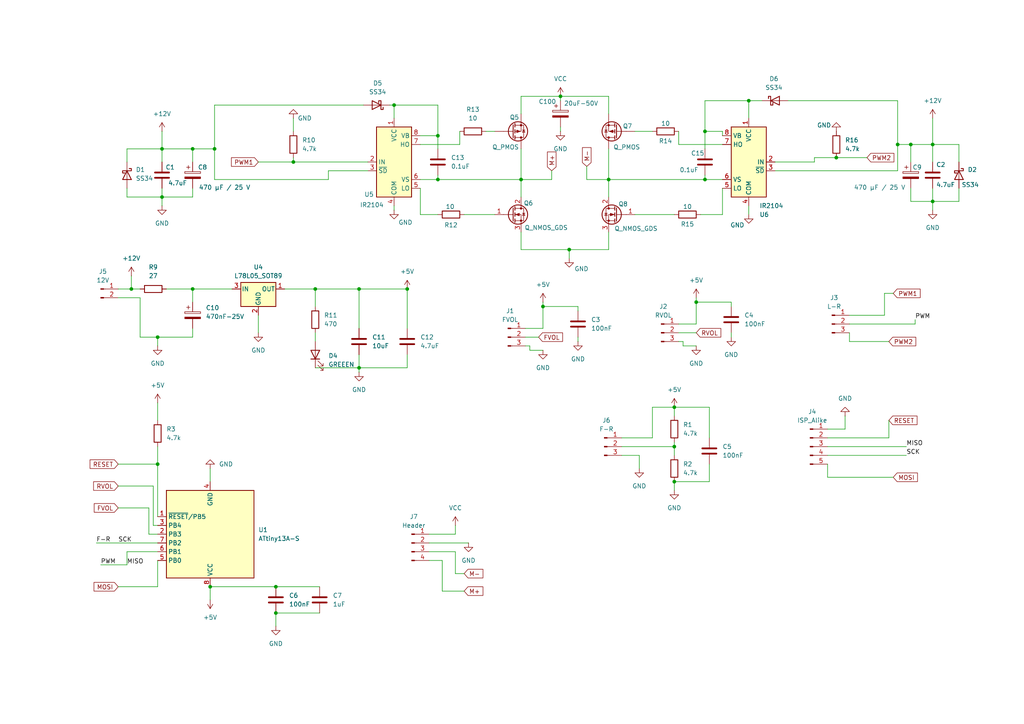
<source format=kicad_sch>
(kicad_sch (version 20250114) (generator "eeschema") (generator_version "9.0")
  (paper "A4")
  (lib_symbols
    (symbol "Connector:Conn_01x02_Pin" (pin_names (offset 1.016) (hide yes))
      (property "Reference" "J" (at 0 2.54 0))
      (property "Value" "Conn_01x02_Pin" (at 0 -5.08 0))
      (symbol "Conn_01x02_Pin_1_1"
        (rectangle (start 0.8636 0.127) (end 0 -0.127) (stroke (width 0.1524)) (fill (type outline)))
        (rectangle (start 0.8636 -2.413) (end 0 -2.667) (stroke (width 0.1524)) (fill (type outline)))
        (polyline (pts (xy 1.27 0) (xy 0.8636 0)) (stroke (width 0.1524)))
        (polyline (pts (xy 1.27 -2.54) (xy 0.8636 -2.54)) (stroke (width 0.1524)))
        (pin passive line (at 5.08 0 180) (length 3.81) (name "Pin_1") (number "1"))
        (pin passive line (at 5.08 -2.54 180) (length 3.81) (name "Pin_2") (number "2"))
      )
    )
    (symbol "Connector:Conn_01x03_Pin" (pin_names (offset 1.016) (hide yes))
      (property "Reference" "J" (at 0 5.08 0))
      (property "Value" "Conn_01x03_Pin" (at 0 -5.08 0))
      (symbol "Conn_01x03_Pin_1_1"
        (rectangle (start 0.8636 2.667) (end 0 2.413) (stroke (width 0.1524)) (fill (type outline)))
        (rectangle (start 0.8636 0.127) (end 0 -0.127) (stroke (width 0.1524)) (fill (type outline)))
        (rectangle (start 0.8636 -2.413) (end 0 -2.667) (stroke (width 0.1524)) (fill (type outline)))
        (polyline (pts (xy 1.27 2.54) (xy 0.8636 2.54)) (stroke (width 0.1524)))
        (polyline (pts (xy 1.27 0) (xy 0.8636 0)) (stroke (width 0.1524)))
        (polyline (pts (xy 1.27 -2.54) (xy 0.8636 -2.54)) (stroke (width 0.1524)))
        (pin passive line (at 5.08 2.54 180) (length 3.81) (name "Pin_1") (number "1"))
        (pin passive line (at 5.08 0 180) (length 3.81) (name "Pin_2") (number "2"))
        (pin passive line (at 5.08 -2.54 180) (length 3.81) (name "Pin_3") (number "3"))
      )
    )
    (symbol "Connector:Conn_01x04_Pin" (pin_names (offset 1.016) (hide yes))
      (property "Reference" "J" (at 0 5.08 0))
      (property "Value" "Conn_01x04_Pin" (at 0 -7.62 0))
      (symbol "Conn_01x04_Pin_1_1"
        (rectangle (start 0.8636 2.667) (end 0 2.413) (stroke (width 0.1524)) (fill (type outline)))
        (rectangle (start 0.8636 0.127) (end 0 -0.127) (stroke (width 0.1524)) (fill (type outline)))
        (rectangle (start 0.8636 -2.413) (end 0 -2.667) (stroke (width 0.1524)) (fill (type outline)))
        (rectangle (start 0.8636 -4.953) (end 0 -5.207) (stroke (width 0.1524)) (fill (type outline)))
        (polyline (pts (xy 1.27 2.54) (xy 0.8636 2.54)) (stroke (width 0.1524)))
        (polyline (pts (xy 1.27 0) (xy 0.8636 0)) (stroke (width 0.1524)))
        (polyline (pts (xy 1.27 -2.54) (xy 0.8636 -2.54)) (stroke (width 0.1524)))
        (polyline (pts (xy 1.27 -5.08) (xy 0.8636 -5.08)) (stroke (width 0.1524)))
        (pin passive line (at 5.08 2.54 180) (length 3.81) (name "Pin_1") (number "1"))
        (pin passive line (at 5.08 0 180) (length 3.81) (name "Pin_2") (number "2"))
        (pin passive line (at 5.08 -2.54 180) (length 3.81) (name "Pin_3") (number "3"))
        (pin passive line (at 5.08 -5.08 180) (length 3.81) (name "Pin_4") (number "4"))
      )
    )
    (symbol "Connector:Conn_01x05_Pin" (pin_names (offset 1.016) (hide yes))
      (property "Reference" "J" (at 0 7.62 0))
      (property "Value" "Conn_01x05_Pin" (at 0 -7.62 0))
      (symbol "Conn_01x05_Pin_1_1"
        (rectangle (start 0.8636 5.207) (end 0 4.953) (stroke (width 0.1524)) (fill (type outline)))
        (rectangle (start 0.8636 2.667) (end 0 2.413) (stroke (width 0.1524)) (fill (type outline)))
        (rectangle (start 0.8636 0.127) (end 0 -0.127) (stroke (width 0.1524)) (fill (type outline)))
        (rectangle (start 0.8636 -2.413) (end 0 -2.667) (stroke (width 0.1524)) (fill (type outline)))
        (rectangle (start 0.8636 -4.953) (end 0 -5.207) (stroke (width 0.1524)) (fill (type outline)))
        (polyline (pts (xy 1.27 5.08) (xy 0.8636 5.08)) (stroke (width 0.1524)))
        (polyline (pts (xy 1.27 2.54) (xy 0.8636 2.54)) (stroke (width 0.1524)))
        (polyline (pts (xy 1.27 0) (xy 0.8636 0)) (stroke (width 0.1524)))
        (polyline (pts (xy 1.27 -2.54) (xy 0.8636 -2.54)) (stroke (width 0.1524)))
        (polyline (pts (xy 1.27 -5.08) (xy 0.8636 -5.08)) (stroke (width 0.1524)))
        (pin passive line (at 5.08 5.08 180) (length 3.81) (name "Pin_1") (number "1"))
        (pin passive line (at 5.08 2.54 180) (length 3.81) (name "Pin_2") (number "2"))
        (pin passive line (at 5.08 0 180) (length 3.81) (name "Pin_3") (number "3"))
        (pin passive line (at 5.08 -2.54 180) (length 3.81) (name "Pin_4") (number "4"))
        (pin passive line (at 5.08 -5.08 180) (length 3.81) (name "Pin_5") (number "5"))
      )
    )
    (symbol "Device:C" (pin_numbers (hide yes)) (pin_names (offset 0.254))
      (property "Reference" "C" (at 0.635 2.54 0))
      (property "Value" "C" (at 0.635 -2.54 0))
      (symbol "C_0_1"
        (polyline (pts (xy -2.032 0.762) (xy 2.032 0.762)) (stroke (width 0.508)))
        (polyline (pts (xy -2.032 -0.762) (xy 2.032 -0.762)) (stroke (width 0.508)))
      )
      (symbol "C_1_1"
        (pin passive line (at 0 3.81 270) (length 2.794) (name "~") (number "1"))
        (pin passive line (at 0 -3.81 90) (length 2.794) (name "~") (number "2"))
      )
    )
    (symbol "Device:C_Polarized" (pin_numbers (hide yes)) (pin_names (offset 0.254))
      (property "Reference" "C" (at 0.635 2.54 0))
      (property "Value" "C_Polarized" (at 0.635 -2.54 0))
      (symbol "C_Polarized_0_1"
        (rectangle (start -2.286 0.508) (end 2.286 1.016))
        (polyline (pts (xy -1.778 2.286) (xy -0.762 2.286)))
        (polyline (pts (xy -1.27 2.794) (xy -1.27 1.778)))
        (rectangle (start 2.286 -0.508) (end -2.286 -1.016) (fill (type outline)))
      )
      (symbol "C_Polarized_1_1"
        (pin passive line (at 0 3.81 270) (length 2.794) (name "~") (number "1"))
        (pin passive line (at 0 -3.81 90) (length 2.794) (name "~") (number "2"))
      )
    )
    (symbol "Device:LED" (pin_numbers (hide yes)) (pin_names (offset 1.016) (hide yes))
      (property "Reference" "D" (at 0 2.54 0))
      (property "Value" "LED" (at 0 -2.54 0))
      (symbol "LED_0_1"
        (polyline (pts (xy -3.048 -0.762) (xy -4.572 -2.286) (xy -3.81 -2.286) (xy -4.572 -2.286) (xy -4.572 -1.524)))
        (polyline (pts (xy -1.778 -0.762) (xy -3.302 -2.286) (xy -2.54 -2.286) (xy -3.302 -2.286) (xy -3.302 -1.524)))
        (polyline (pts (xy -1.27 0) (xy 1.27 0)))
        (polyline (pts (xy -1.27 -1.27) (xy -1.27 1.27)) (stroke (width 0.254)))
        (polyline (pts (xy 1.27 -1.27) (xy 1.27 1.27) (xy -1.27 0) (xy 1.27 -1.27)) (stroke (width 0.254)))
      )
      (symbol "LED_1_1"
        (pin passive line (at -3.81 0 0) (length 2.54) (name "K") (number "1"))
        (pin passive line (at 3.81 0 180) (length 2.54) (name "A") (number "2"))
      )
    )
    (symbol "Device:Q_PMOS" (pin_numbers (hide yes)) (pin_names (offset 0) (hide yes))
      (property "Reference" "Q" (at 5.08 1.27 0))
      (property "Value" "Q_PMOS" (at 5.08 -1.27 0))
      (symbol "Q_PMOS_0_1"
        (polyline (pts (xy 0.254 1.905) (xy 0.254 -1.905)) (stroke (width 0.254)))
        (polyline (pts (xy 0.254 0) (xy -2.54 0)))
        (polyline (pts (xy 0.762 2.286) (xy 0.762 1.27)) (stroke (width 0.254)))
        (polyline (pts (xy 0.762 1.778) (xy 3.302 1.778) (xy 3.302 -1.778) (xy 0.762 -1.778)))
        (polyline (pts (xy 0.762 0.508) (xy 0.762 -0.508)) (stroke (width 0.254)))
        (polyline (pts (xy 0.762 -1.27) (xy 0.762 -2.286)) (stroke (width 0.254)))
        (circle (center 1.651 0) (radius 2.794) (stroke (width 0.254)))
        (polyline (pts (xy 2.286 0) (xy 1.27 0.381) (xy 1.27 -0.381) (xy 2.286 0)) (fill (type outline)))
        (polyline (pts (xy 2.54 2.54) (xy 2.54 1.778)))
        (circle (center 2.54 1.778) (radius 0.254) (fill (type outline)))
        (circle (center 2.54 -1.778) (radius 0.254) (fill (type outline)))
        (polyline (pts (xy 2.54 -2.54) (xy 2.54 0) (xy 0.762 0)))
        (polyline (pts (xy 2.921 -0.381) (xy 3.683 -0.381)))
        (polyline (pts (xy 3.302 -0.381) (xy 2.921 0.254) (xy 3.683 0.254) (xy 3.302 -0.381)))
      )
      (symbol "Q_PMOS_1_1"
        (pin input line (at -5.08 0 0) (length 2.54) (name "G") (number "G"))
        (pin passive line (at 2.54 5.08 270) (length 2.54) (name "D") (number "D"))
        (pin passive line (at 2.54 -5.08 90) (length 2.54) (name "S") (number "S"))
      )
    )
    (symbol "Device:R" (pin_numbers (hide yes)) (pin_names (offset 0))
      (property "Reference" "R" (at 2.032 0 90))
      (property "Value" "R" (at 0 0 90))
      (symbol "R_0_1"
        (rectangle (start -1.016 -2.54) (end 1.016 2.54) (stroke (width 0.254)))
      )
      (symbol "R_1_1"
        (pin passive line (at 0 3.81 270) (length 1.27) (name "~") (number "1"))
        (pin passive line (at 0 -3.81 90) (length 1.27) (name "~") (number "2"))
      )
    )
    (symbol "Diode:SS34" (pin_numbers (hide yes)) (pin_names (offset 1.016) (hide yes))
      (property "Reference" "D" (at 0 2.54 0))
      (property "Value" "SS34" (at 0 -2.54 0))
      (symbol "SS34_0_1"
        (polyline (pts (xy -1.905 0.635) (xy -1.905 1.27) (xy -1.27 1.27) (xy -1.27 -1.27) (xy -0.635 -1.27) (xy -0.635 -0.635)) (stroke (width 0.254)))
        (polyline (pts (xy 1.27 1.27) (xy 1.27 -1.27) (xy -1.27 0) (xy 1.27 1.27)) (stroke (width 0.254)))
        (polyline (pts (xy 1.27 0) (xy -1.27 0)))
      )
      (symbol "SS34_1_1"
        (pin passive line (at -3.81 0 0) (length 2.54) (name "K") (number "1"))
        (pin passive line (at 3.81 0 180) (length 2.54) (name "A") (number "2"))
      )
    )
    (symbol "Driver_FET:IR2104"
      (property "Reference" "U" (at 1.27 13.335 0))
      (property "Value" "IR2104" (at 1.27 11.43 0))
      (symbol "IR2104_0_1"
        (rectangle (start -5.08 -10.16) (end 5.08 10.16) (stroke (width 0.254)) (fill (type background)))
      )
      (symbol "IR2104_1_1"
        (pin input line (at -7.62 0 0) (length 2.54) (name "IN") (number "2"))
        (pin input line (at -7.62 -2.54 0) (length 2.54) (name "~{SD}") (number "3"))
        (pin power_in line (at 0 12.7 270) (length 2.54) (name "VCC") (number "1"))
        (pin power_in line (at 0 -12.7 90) (length 2.54) (name "COM") (number "4"))
        (pin passive line (at 7.62 7.62 180) (length 2.54) (name "VB") (number "8"))
        (pin output line (at 7.62 5.08 180) (length 2.54) (name "HO") (number "7"))
        (pin passive line (at 7.62 -5.08 180) (length 2.54) (name "VS") (number "6"))
        (pin output line (at 7.62 -7.62 180) (length 2.54) (name "LO") (number "5"))
      )
    )
    (symbol "MCU_Microchip_ATtiny:ATtiny13A-S"
      (property "Reference" "U" (at -12.7 13.97 0))
      (property "Value" "ATtiny13A-S" (at 2.54 -13.97 0))
      (symbol "ATtiny13A-S_0_1"
        (rectangle (start -12.7 -12.7) (end 12.7 12.7) (stroke (width 0.254)) (fill (type background)))
      )
      (symbol "ATtiny13A-S_1_1"
        (pin power_in line (at 0 15.24 270) (length 2.54) (name "VCC") (number "8"))
        (pin power_in line (at 0 -15.24 90) (length 2.54) (name "GND") (number "4"))
        (pin bidirectional line (at 15.24 7.62 180) (length 2.54) (name "PB0") (number "5"))
        (pin bidirectional line (at 15.24 5.08 180) (length 2.54) (name "PB1") (number "6"))
        (pin bidirectional line (at 15.24 2.54 180) (length 2.54) (name "PB2") (number "7"))
        (pin bidirectional line (at 15.24 0 180) (length 2.54) (name "PB3") (number "2"))
        (pin bidirectional line (at 15.24 -2.54 180) (length 2.54) (name "PB4") (number "3"))
        (pin bidirectional line (at 15.24 -5.08 180) (length 2.54) (name "~{RESET}/PB5") (number "1"))
      )
    )
    (symbol "Regulator_Linear:L78L05_SOT89" (pin_names (offset 0.254))
      (property "Reference" "U" (at -3.81 3.175 0))
      (property "Value" "L78L05_SOT89" (at -0.635 3.175 0))
      (symbol "L78L05_SOT89_0_1"
        (rectangle (start -5.08 1.905) (end 5.08 -5.08) (stroke (width 0.254)) (fill (type background)))
      )
      (symbol "L78L05_SOT89_1_1"
        (pin power_in line (at -7.62 0 0) (length 2.54) (name "IN") (number "3"))
        (pin power_in line (at 0 -7.62 90) (length 2.54) (name "GND") (number "2"))
        (pin power_out line (at 7.62 0 180) (length 2.54) (name "OUT") (number "1"))
      )
    )
    (symbol "Transistor_FET:Q_NMOS_GDS" (pin_names (offset 0) (hide yes))
      (property "Reference" "Q" (at 5.08 1.905 0))
      (property "Value" "Q_NMOS_GDS" (at 5.08 0 0))
      (symbol "Q_NMOS_GDS_0_1"
        (polyline (pts (xy 0.254 1.905) (xy 0.254 -1.905)) (stroke (width 0.254)))
        (polyline (pts (xy 0.254 0) (xy -2.54 0)))
        (polyline (pts (xy 0.762 2.286) (xy 0.762 1.27)) (stroke (width 0.254)))
        (polyline (pts (xy 0.762 0.508) (xy 0.762 -0.508)) (stroke (width 0.254)))
        (polyline (pts (xy 0.762 -1.27) (xy 0.762 -2.286)) (stroke (width 0.254)))
        (polyline (pts (xy 0.762 -1.778) (xy 3.302 -1.778) (xy 3.302 1.778) (xy 0.762 1.778)))
        (polyline (pts (xy 1.016 0) (xy 2.032 0.381) (xy 2.032 -0.381) (xy 1.016 0)) (fill (type outline)))
        (circle (center 1.651 0) (radius 2.794) (stroke (width 0.254)))
        (polyline (pts (xy 2.54 2.54) (xy 2.54 1.778)))
        (circle (center 2.54 1.778) (radius 0.254) (fill (type outline)))
        (circle (center 2.54 -1.778) (radius 0.254) (fill (type outline)))
        (polyline (pts (xy 2.54 -2.54) (xy 2.54 0) (xy 0.762 0)))
        (polyline (pts (xy 2.921 0.381) (xy 3.683 0.381)))
        (polyline (pts (xy 3.302 0.381) (xy 2.921 -0.254) (xy 3.683 -0.254) (xy 3.302 0.381)))
      )
      (symbol "Q_NMOS_GDS_1_1"
        (pin input line (at -5.08 0 0) (length 2.54) (name "G") (number "1"))
        (pin passive line (at 2.54 5.08 270) (length 2.54) (name "D") (number "2"))
        (pin passive line (at 2.54 -5.08 90) (length 2.54) (name "S") (number "3"))
      )
    )
    (symbol "power:+12V" (power) (pin_numbers (hide yes)) (pin_names (offset 0) (hide yes))
      (property "Value" "+12V" (at 0 3.556 0))
      (symbol "+12V_0_1"
        (polyline (pts (xy -0.762 1.27) (xy 0 2.54)))
        (polyline (pts (xy 0 2.54) (xy 0.762 1.27)))
        (polyline (pts (xy 0 0) (xy 0 2.54)))
      )
      (symbol "+12V_1_1"
        (pin power_in line (at 0 0 90) (length 0) (name "~") (number "1"))
      )
    )
    (symbol "power:+5V" (power) (pin_numbers (hide yes)) (pin_names (offset 0) (hide yes))
      (property "Value" "+5V" (at 0 3.556 0))
      (symbol "+5V_0_1"
        (polyline (pts (xy -0.762 1.27) (xy 0 2.54)))
        (polyline (pts (xy 0 2.54) (xy 0.762 1.27)))
        (polyline (pts (xy 0 0) (xy 0 2.54)))
      )
      (symbol "+5V_1_1"
        (pin power_in line (at 0 0 90) (length 0) (name "~") (number "1"))
      )
    )
    (symbol "power:GND" (power) (pin_numbers (hide yes)) (pin_names (offset 0) (hide yes))
      (property "Value" "GND" (at 0 -3.81 0))
      (symbol "GND_0_1"
        (polyline (pts (xy 0 0) (xy 0 -1.27) (xy 1.27 -1.27) (xy 0 -2.54) (xy -1.27 -1.27) (xy 0 -1.27)))
      )
      (symbol "GND_1_1"
        (pin power_in line (at 0 0 270) (length 0) (name "~") (number "1"))
      )
    )
    (symbol "power:VCC" (power) (pin_numbers (hide yes)) (pin_names (offset 0) (hide yes))
      (property "Value" "VCC" (at 0 3.556 0))
      (symbol "VCC_0_1"
        (polyline (pts (xy -0.762 1.27) (xy 0 2.54)))
        (polyline (pts (xy 0 2.54) (xy 0.762 1.27)))
        (polyline (pts (xy 0 0) (xy 0 2.54)))
      )
      (symbol "VCC_1_1"
        (pin power_in line (at 0 0 90) (length 0) (name "~") (number "1"))
      )
    )
  )
  (junction (at 201.93 87.63))
  (junction (at 91.44 83.82))
  (junction (at 118.11 83.82))
  (junction (at 46.99 57.15))
  (junction (at 217.17 29.21))
  (junction (at 45.72 134.62))
  (junction (at 157.48 88.9))
  (junction (at 55.88 43.18))
  (junction (at 162.56 27.94))
  (junction (at 195.58 118.11))
  (junction (at 45.72 97.79))
  (junction (at 127 52.07))
  (junction (at 46.99 43.18))
  (junction (at 62.23 43.18))
  (junction (at 176.53 52.07))
  (junction (at 270.51 41.91))
  (junction (at 80.01 170.18))
  (junction (at 195.58 129.54))
  (junction (at 55.88 83.82))
  (junction (at 60.96 170.18))
  (junction (at 104.14 83.82))
  (junction (at 127 39.37))
  (junction (at 242.57 45.72))
  (junction (at 204.47 38.1))
  (junction (at 85.09 46.99))
  (junction (at 264.16 41.91))
  (junction (at 151.13 52.07))
  (junction (at 165.1 72.39))
  (junction (at 270.51 58.42))
  (junction (at 80.01 177.8))
  (junction (at 104.14 106.68))
  (junction (at 195.58 139.7))
  (junction (at 260.35 41.91))
  (junction (at 114.3 30.48))
  (junction (at 38.1 83.82))
  (junction (at 204.47 52.07))
  (wire (pts (xy 151.13 72.39) (xy 165.1 72.39)))
  (wire (pts (xy 165.1 72.39) (xy 176.53 72.39)))
  (wire (pts (xy 195.58 118.11) (xy 195.58 120.65)))
  (wire (pts (xy 260.35 29.21) (xy 228.6 29.21)))
  (wire (pts (xy 36.83 46.99) (xy 36.83 43.18)))
  (wire (pts (xy 114.3 30.48) (xy 127 30.48)))
  (wire (pts (xy 264.16 58.42) (xy 270.51 58.42)))
  (wire (pts (xy 157.48 88.9) (xy 157.48 95.25)))
  (wire (pts (xy 46.99 43.18) (xy 55.88 43.18)))
  (wire (pts (xy 74.93 91.44) (xy 74.93 96.52)))
  (wire (pts (xy 170.18 52.07) (xy 176.53 52.07)))
  (wire (pts (xy 240.03 132.08) (xy 262.89 132.08)))
  (wire (pts (xy 40.64 97.79) (xy 45.72 97.79)))
  (wire (pts (xy 152.4 97.79) (xy 156.21 97.79)))
  (wire (pts (xy 91.44 83.82) (xy 104.14 83.82)))
  (wire (pts (xy 121.92 62.23) (xy 127 62.23)))
  (wire (pts (xy 260.35 29.21) (xy 260.35 41.91)))
  (wire (pts (xy 38.1 80.01) (xy 38.1 83.82)))
  (wire (pts (xy 270.51 54.61) (xy 270.51 58.42)))
  (wire (pts (xy 85.09 46.99) (xy 106.68 46.99)))
  (wire (pts (xy 95.25 52.07) (xy 62.23 52.07)))
  (wire (pts (xy 278.13 54.61) (xy 278.13 58.42)))
  (wire (pts (xy 209.55 38.1) (xy 209.55 39.37)))
  (wire (pts (xy 60.96 170.18) (xy 60.96 173.99)))
  (wire (pts (xy 209.55 38.1) (xy 204.47 38.1)))
  (wire (pts (xy 104.14 106.68) (xy 118.11 106.68)))
  (wire (pts (xy 257.81 127) (xy 257.81 121.92)))
  (wire (pts (xy 114.3 59.69) (xy 114.3 60.96)))
  (wire (pts (xy 46.99 43.18) (xy 46.99 46.99)))
  (wire (pts (xy 44.45 140.97) (xy 34.29 140.97)))
  (wire (pts (xy 45.72 97.79) (xy 55.88 97.79)))
  (wire (pts (xy 60.96 135.89) (xy 60.96 139.7)))
  (wire (pts (xy 167.64 97.79) (xy 167.64 99.06)))
  (wire (pts (xy 256.54 85.09) (xy 259.08 85.09)))
  (wire (pts (xy 240.03 134.62) (xy 240.03 138.43)))
  (wire (pts (xy 45.72 149.86) (xy 45.72 134.62)))
  (wire (pts (xy 185.42 132.08) (xy 185.42 135.89)))
  (wire (pts (xy 45.72 154.94) (xy 43.18 154.94)))
  (wire (pts (xy 134.62 62.23) (xy 143.51 62.23)))
  (wire (pts (xy 204.47 52.07) (xy 209.55 52.07)))
  (wire (pts (xy 34.29 86.36) (xy 40.64 86.36)))
  (wire (pts (xy 176.53 57.15) (xy 176.53 52.07)))
  (wire (pts (xy 124.46 157.48) (xy 135.89 157.48)))
  (wire (pts (xy 44.45 152.4) (xy 44.45 140.97)))
  (wire (pts (xy 198.12 100.33) (xy 201.93 100.33)))
  (wire (pts (xy 167.64 88.9) (xy 157.48 88.9)))
  (wire (pts (xy 45.72 129.54) (xy 45.72 134.62)))
  (wire (pts (xy 212.09 96.52) (xy 212.09 97.79)))
  (wire (pts (xy 121.92 52.07) (xy 127 52.07)))
  (wire (pts (xy 29.21 163.83) (xy 36.83 163.83)))
  (wire (pts (xy 140.97 38.1) (xy 143.51 38.1)))
  (wire (pts (xy 62.23 30.48) (xy 105.41 30.48)))
  (wire (pts (xy 196.85 96.52) (xy 201.93 96.52)))
  (wire (pts (xy 212.09 87.63) (xy 201.93 87.63)))
  (wire (pts (xy 152.4 95.25) (xy 157.48 95.25)))
  (wire (pts (xy 180.34 127) (xy 189.23 127)))
  (wire (pts (xy 170.18 48.26) (xy 170.18 52.07)))
  (wire (pts (xy 104.14 83.82) (xy 118.11 83.82)))
  (wire (pts (xy 162.56 27.94) (xy 162.56 29.21)))
  (wire (pts (xy 205.74 127) (xy 205.74 118.11)))
  (wire (pts (xy 132.08 154.94) (xy 132.08 152.4)))
  (wire (pts (xy 264.16 41.91) (xy 264.16 46.99)))
  (wire (pts (xy 46.99 54.61) (xy 46.99 57.15)))
  (wire (pts (xy 151.13 57.15) (xy 151.13 52.07)))
  (wire (pts (xy 104.14 102.87) (xy 104.14 106.68)))
  (wire (pts (xy 153.67 101.6) (xy 157.48 101.6)))
  (wire (pts (xy 55.88 57.15) (xy 46.99 57.15)))
  (wire (pts (xy 162.56 36.83) (xy 162.56 38.1)))
  (wire (pts (xy 196.85 93.98) (xy 201.93 93.98)))
  (wire (pts (xy 278.13 41.91) (xy 270.51 41.91)))
  (wire (pts (xy 36.83 160.02) (xy 36.83 163.83)))
  (wire (pts (xy 198.12 99.06) (xy 198.12 100.33)))
  (wire (pts (xy 43.18 154.94) (xy 43.18 147.32)))
  (wire (pts (xy 165.1 72.39) (xy 165.1 74.93)))
  (wire (pts (xy 278.13 46.99) (xy 278.13 41.91)))
  (wire (pts (xy 124.46 154.94) (xy 132.08 154.94)))
  (wire (pts (xy 128.27 162.56) (xy 128.27 171.45)))
  (wire (pts (xy 45.72 170.18) (xy 45.72 162.56)))
  (wire (pts (xy 203.2 62.23) (xy 209.55 62.23)))
  (wire (pts (xy 55.88 43.18) (xy 62.23 43.18)))
  (wire (pts (xy 209.55 62.23) (xy 209.55 54.61)))
  (wire (pts (xy 184.15 62.23) (xy 195.58 62.23)))
  (wire (pts (xy 118.11 106.68) (xy 118.11 102.87)))
  (wire (pts (xy 132.08 166.37) (xy 134.62 166.37)))
  (wire (pts (xy 124.46 162.56) (xy 128.27 162.56)))
  (wire (pts (xy 27.94 157.48) (xy 45.72 157.48)))
  (wire (pts (xy 240.03 127) (xy 257.81 127)))
  (wire (pts (xy 236.22 45.72) (xy 242.57 45.72)))
  (wire (pts (xy 195.58 129.54) (xy 195.58 132.08)))
  (wire (pts (xy 114.3 30.48) (xy 114.3 34.29)))
  (wire (pts (xy 127 39.37) (xy 127 43.18)))
  (wire (pts (xy 264.16 54.61) (xy 264.16 58.42)))
  (wire (pts (xy 34.29 134.62) (xy 45.72 134.62)))
  (wire (pts (xy 245.11 124.46) (xy 245.11 120.65)))
  (wire (pts (xy 189.23 118.11) (xy 195.58 118.11)))
  (wire (pts (xy 167.64 90.17) (xy 167.64 88.9)))
  (wire (pts (xy 60.96 170.18) (xy 80.01 170.18)))
  (wire (pts (xy 95.25 49.53) (xy 106.68 49.53)))
  (wire (pts (xy 113.03 30.48) (xy 114.3 30.48)))
  (wire (pts (xy 256.54 91.44) (xy 256.54 85.09)))
  (wire (pts (xy 240.03 124.46) (xy 245.11 124.46)))
  (wire (pts (xy 55.88 83.82) (xy 67.31 83.82)))
  (wire (pts (xy 46.99 57.15) (xy 46.99 59.69)))
  (wire (pts (xy 40.64 86.36) (xy 40.64 97.79)))
  (wire (pts (xy 217.17 29.21) (xy 220.98 29.21)))
  (wire (pts (xy 265.43 92.71) (xy 265.43 93.98)))
  (wire (pts (xy 45.72 160.02) (xy 36.83 160.02)))
  (wire (pts (xy 196.85 41.91) (xy 209.55 41.91)))
  (wire (pts (xy 55.88 43.18) (xy 55.88 46.99)))
  (wire (pts (xy 205.74 118.11) (xy 195.58 118.11)))
  (wire (pts (xy 43.18 147.32) (xy 34.29 147.32)))
  (wire (pts (xy 217.17 59.69) (xy 217.17 62.23)))
  (wire (pts (xy 85.09 34.29) (xy 85.09 38.1)))
  (wire (pts (xy 133.35 41.91) (xy 121.92 41.91)))
  (wire (pts (xy 246.38 93.98) (xy 265.43 93.98)))
  (wire (pts (xy 55.88 97.79) (xy 55.88 95.25)))
  (wire (pts (xy 217.17 29.21) (xy 217.17 34.29)))
  (wire (pts (xy 121.92 39.37) (xy 127 39.37)))
  (wire (pts (xy 38.1 83.82) (xy 40.64 83.82)))
  (wire (pts (xy 151.13 43.18) (xy 151.13 52.07)))
  (wire (pts (xy 201.93 87.63) (xy 201.93 93.98)))
  (wire (pts (xy 80.01 177.8) (xy 80.01 181.61)))
  (wire (pts (xy 132.08 160.02) (xy 132.08 166.37)))
  (wire (pts (xy 162.56 27.94) (xy 176.53 27.94)))
  (wire (pts (xy 270.51 34.29) (xy 270.51 41.91)))
  (wire (pts (xy 34.29 170.18) (xy 45.72 170.18)))
  (wire (pts (xy 82.55 83.82) (xy 91.44 83.82)))
  (wire (pts (xy 36.83 43.18) (xy 46.99 43.18)))
  (wire (pts (xy 180.34 132.08) (xy 185.42 132.08)))
  (wire (pts (xy 260.35 49.53) (xy 260.35 41.91)))
  (wire (pts (xy 212.09 88.9) (xy 212.09 87.63)))
  (wire (pts (xy 160.02 52.07) (xy 160.02 49.53)))
  (wire (pts (xy 242.57 45.72) (xy 251.46 45.72)))
  (wire (pts (xy 204.47 38.1) (xy 204.47 43.18)))
  (wire (pts (xy 224.79 46.99) (xy 236.22 46.99)))
  (wire (pts (xy 180.34 129.54) (xy 195.58 129.54)))
  (wire (pts (xy 151.13 67.31) (xy 151.13 72.39)))
  (wire (pts (xy 184.15 38.1) (xy 189.23 38.1)))
  (wire (pts (xy 104.14 83.82) (xy 104.14 95.25)))
  (wire (pts (xy 160.02 52.07) (xy 151.13 52.07)))
  (wire (pts (xy 80.01 170.18) (xy 92.71 170.18)))
  (wire (pts (xy 95.25 49.53) (xy 95.25 52.07)))
  (wire (pts (xy 55.88 54.61) (xy 55.88 57.15)))
  (wire (pts (xy 127 50.8) (xy 127 52.07)))
  (wire (pts (xy 104.14 106.68) (xy 104.14 107.95)))
  (wire (pts (xy 176.53 27.94) (xy 176.53 33.02)))
  (wire (pts (xy 62.23 52.07) (xy 62.23 43.18)))
  (wire (pts (xy 151.13 27.94) (xy 151.13 33.02)))
  (wire (pts (xy 176.53 43.18) (xy 176.53 52.07)))
  (wire (pts (xy 176.53 52.07) (xy 204.47 52.07)))
  (wire (pts (xy 45.72 152.4) (xy 44.45 152.4)))
  (wire (pts (xy 189.23 127) (xy 189.23 118.11)))
  (wire (pts (xy 124.46 160.02) (xy 132.08 160.02)))
  (wire (pts (xy 278.13 58.42) (xy 270.51 58.42)))
  (wire (pts (xy 152.4 100.33) (xy 153.67 100.33)))
  (wire (pts (xy 46.99 38.1) (xy 46.99 43.18)))
  (wire (pts (xy 55.88 83.82) (xy 55.88 87.63)))
  (wire (pts (xy 127 30.48) (xy 127 39.37)))
  (wire (pts (xy 62.23 30.48) (xy 62.23 43.18)))
  (wire (pts (xy 195.58 139.7) (xy 195.58 142.24)))
  (wire (pts (xy 36.83 54.61) (xy 36.83 57.15)))
  (wire (pts (xy 128.27 171.45) (xy 134.62 171.45)))
  (wire (pts (xy 91.44 96.52) (xy 91.44 99.06)))
  (wire (pts (xy 246.38 91.44) (xy 256.54 91.44)))
  (wire (pts (xy 118.11 83.82) (xy 118.11 95.25)))
  (wire (pts (xy 224.79 49.53) (xy 260.35 49.53)))
  (wire (pts (xy 196.85 99.06) (xy 198.12 99.06)))
  (wire (pts (xy 157.48 87.63) (xy 157.48 88.9)))
  (wire (pts (xy 45.72 97.79) (xy 45.72 100.33)))
  (wire (pts (xy 201.93 86.36) (xy 201.93 87.63)))
  (wire (pts (xy 270.51 41.91) (xy 270.51 46.99)))
  (wire (pts (xy 48.26 83.82) (xy 55.88 83.82)))
  (wire (pts (xy 264.16 41.91) (xy 270.51 41.91)))
  (wire (pts (xy 246.38 96.52) (xy 246.38 99.06)))
  (wire (pts (xy 246.38 99.06) (xy 257.81 99.06)))
  (wire (pts (xy 204.47 29.21) (xy 204.47 38.1)))
  (wire (pts (xy 85.09 45.72) (xy 85.09 46.99)))
  (wire (pts (xy 196.85 38.1) (xy 196.85 41.91)))
  (wire (pts (xy 204.47 29.21) (xy 217.17 29.21)))
  (wire (pts (xy 176.53 72.39) (xy 176.53 67.31)))
  (wire (pts (xy 36.83 57.15) (xy 46.99 57.15)))
  (wire (pts (xy 270.51 58.42) (xy 270.51 60.96)))
  (wire (pts (xy 91.44 83.82) (xy 91.44 88.9)))
  (wire (pts (xy 80.01 177.8) (xy 92.71 177.8)))
  (wire (pts (xy 74.93 46.99) (xy 85.09 46.99)))
  (wire (pts (xy 195.58 128.27) (xy 195.58 129.54)))
  (wire (pts (xy 34.29 83.82) (xy 38.1 83.82)))
  (wire (pts (xy 127 52.07) (xy 151.13 52.07)))
  (wire (pts (xy 153.67 100.33) (xy 153.67 101.6)))
  (wire (pts (xy 240.03 129.54) (xy 262.89 129.54)))
  (wire (pts (xy 204.47 50.8) (xy 204.47 52.07)))
  (wire (pts (xy 121.92 54.61) (xy 121.92 62.23)))
  (wire (pts (xy 151.13 27.94) (xy 162.56 27.94)))
  (wire (pts (xy 45.72 116.84) (xy 45.72 121.92)))
  (wire (pts (xy 205.74 134.62) (xy 205.74 139.7)))
  (wire (pts (xy 91.44 106.68) (xy 104.14 106.68)))
  (wire (pts (xy 236.22 46.99) (xy 236.22 45.72)))
  (wire (pts (xy 205.74 139.7) (xy 195.58 139.7)))
  (wire (pts (xy 260.35 41.91) (xy 264.16 41.91)))
  (wire (pts (xy 240.03 138.43) (xy 259.08 138.43)))
  (wire (pts (xy 133.35 38.1) (xy 133.35 41.91)))
  (label "PWM" (at 265.43 92.71 0))
  (label "PWM" (at 29.21 163.83 0))
  (label "MISO" (at 262.89 129.54 0))
  (label "MISO" (at 36.83 163.83 0))
  (label "SCK" (at 34.29 157.48 0))
  (label "SCK" (at 262.89 132.08 0))
  (label "F-R" (at 27.94 157.48 0))
  (global_label "PWM1" (shape input) (at 259.08 85.09 0) (property "Intersheetrefs" "${INTERSHEET_REFS}" (effects (hide yes))))
  (global_label "PWM2" (shape input) (at 257.81 99.06 0) (property "Intersheetrefs" "${INTERSHEET_REFS}" (effects (hide yes))))
  (global_label "FVOL" (shape input) (at 34.29 147.32 180) (property "Intersheetrefs" "${INTERSHEET_REFS}" (effects (hide yes))))
  (global_label "RESET" (shape input) (at 257.81 121.92 0) (property "Intersheetrefs" "${INTERSHEET_REFS}" (effects (hide yes))))
  (global_label "PWM1" (shape input) (at 74.93 46.99 180) (property "Intersheetrefs" "${INTERSHEET_REFS}" (effects (hide yes))))
  (global_label "RESET" (shape input) (at 34.29 134.62 180) (property "Intersheetrefs" "${INTERSHEET_REFS}" (effects (hide yes))))
  (global_label "MOSI" (shape input) (at 259.08 138.43 0) (property "Intersheetrefs" "${INTERSHEET_REFS}" (effects (hide yes))))
  (global_label "M-" (shape input) (at 170.18 48.26 90) (property "Intersheetrefs" "${INTERSHEET_REFS}" (effects (hide yes))))
  (global_label "M+" (shape input) (at 134.62 171.45 0) (property "Intersheetrefs" "${INTERSHEET_REFS}" (effects (hide yes))))
  (global_label "M-" (shape input) (at 134.62 166.37 0) (property "Intersheetrefs" "${INTERSHEET_REFS}" (effects (hide yes))))
  (global_label "FVOL" (shape input) (at 156.21 97.79 0) (property "Intersheetrefs" "${INTERSHEET_REFS}" (effects (hide yes))))
  (global_label "M+" (shape input) (at 160.02 49.53 90) (property "Intersheetrefs" "${INTERSHEET_REFS}" (effects (hide yes))))
  (global_label "RVOL" (shape input) (at 201.93 96.52 0) (property "Intersheetrefs" "${INTERSHEET_REFS}" (effects (hide yes))))
  (global_label "MOSI" (shape input) (at 34.29 170.18 180) (property "Intersheetrefs" "${INTERSHEET_REFS}" (effects (hide yes))))
  (global_label "RVOL" (shape input) (at 34.29 140.97 180) (property "Intersheetrefs" "${INTERSHEET_REFS}" (effects (hide yes))))
  (global_label "PWM2" (shape input) (at 251.46 45.72 0) (property "Intersheetrefs" "${INTERSHEET_REFS}" (effects (hide yes))))
  (symbol (lib_id "Device:C") (at 46.99 50.8 0) (unit 1)
    (property "Reference" "C1" (at 48.006 48.514 0) (effects (justify left)))
    (property "Value" "4.7uF" (at 48.768 53.086 0) (effects (justify left)))
    (property "Description" "Unpolarized capacitor" (effects (hide yes)))
  )
  (symbol (lib_id "power:GND") (at 45.72 100.33 0) (unit 1)
    (property "Reference" "#PWR018" (effects (hide yes)))
    (property "Value" "GND" (at 45.72 105.41 0))
    (property "Description" "Power symbol creates a global label with name \"GND\" , ground" (effects (hide yes)))
  )
  (symbol (lib_id "power:+12V") (at 38.1 80.01 0) (unit 1)
    (property "Reference" "#PWR017" (effects (hide yes)))
    (property "Value" "+12V" (at 38.1 74.93 0))
    (property "Description" "Power symbol creates a global label with name \"+12V\"" (effects (hide yes)))
  )
  (symbol (lib_id "Device:R") (at 45.72 125.73 0) (unit 1)
    (property "Reference" "R3" (at 48.26 124.4599 0) (effects (justify left)))
    (property "Value" "4.7k" (at 48.26 126.9999 0) (effects (justify left)))
    (property "Description" "Resistor" (effects (hide yes)))
  )
  (symbol (lib_id "Regulator_Linear:L78L05_SOT89") (at 74.93 83.82 0) (unit 1)
    (property "Reference" "U4" (at 74.93 77.47 0))
    (property "Value" "L78L05_SOT89" (at 74.93 80.01 0))
    (property "Footprint" "Package_TO_SOT_SMD:SOT-89-3" (effects (hide yes)))
    (property "Datasheet" "http://www.st.com/content/ccc/resource/technical/document/datasheet/15/55/e5/aa/23/5b/43/fd/CD00000446.pdf/files/CD00000446.pdf/jcr:content/translations/en.CD00000446.pdf" (effects (hide yes)))
    (property "Description" "Positive 100mA 30V Linear Regulator, Fixed Output 5V, SOT-89" (effects (hide yes)))
  )
  (symbol (lib_id "Device:C_Polarized") (at 55.88 91.44 0) (unit 1)
    (property "Reference" "C10" (at 59.69 89.2809 0) (effects (justify left)))
    (property "Value" "470nF-25V" (at 59.69 91.8209 0) (effects (justify left)))
    (property "Description" "Polarized capacitor" (effects (hide yes)))
  )
  (symbol (lib_id "Device:C") (at 80.01 173.99 0) (unit 1)
    (property "Reference" "C6" (at 83.82 172.7199 0) (effects (justify left)))
    (property "Value" "100nF" (at 83.82 175.2599 0) (effects (justify left)))
    (property "Description" "Unpolarized capacitor" (effects (hide yes)))
  )
  (symbol (lib_id "power:GND") (at 245.11 120.65 180) (unit 1)
    (property "Reference" "#PWR010" (effects (hide yes)))
    (property "Value" "GND" (at 245.11 115.57 0))
    (property "Description" "Power symbol creates a global label with name \"GND\" , ground" (effects (hide yes)))
  )
  (symbol (lib_id "MCU_Microchip_ATtiny:ATtiny13A-S") (at 60.96 154.94 180) (unit 1)
    (property "Reference" "U1" (at 74.93 153.6699 0) (effects (justify right)))
    (property "Value" "ATtiny13A-S" (at 74.93 156.2099 0) (effects (justify right)))
    (property "Footprint" "Package_SO:SOIC-8_5.3x5.3mm_P1.27mm" (effects (hide yes)))
    (property "Datasheet" "https://ww1.microchip.com/downloads/aemDocuments/documents/MCU08/ProductDocuments/DataSheets/ATtiny13A-Data-Sheet-DS40002307A.pdf" (effects (hide yes)))
    (property "Description" "20MHz, 1kB Flash, 64B SRAM, 64B EEPROM, debugWIRE, SOIC-8 (208 mil)" (effects (hide yes)))
  )
  (symbol (lib_id "power:GND") (at 114.3 60.96 0) (unit 1)
    (property "Reference" "#PWR024" (effects (hide yes)))
    (property "Value" "GND" (at 117.602 64.516 0))
    (property "Description" "Power symbol creates a global label with name \"GND\" , ground" (effects (hide yes)))
  )
  (symbol (lib_id "Connector:Conn_01x02_Pin") (at 29.21 83.82 0) (unit 1)
    (property "Reference" "J5" (at 29.845 78.74 0))
    (property "Value" "12V" (at 29.845 81.28 0))
    (property "Description" "Generic connector, single row, 01x02, script generated" (effects (hide yes)))
  )
  (symbol (lib_id "Device:R") (at 130.81 62.23 90) (unit 1)
    (property "Reference" "R12" (at 130.81 65.278 90))
    (property "Value" "10" (at 130.556 59.944 90))
    (property "Description" "Resistor" (effects (hide yes)))
  )
  (symbol (lib_id "Device:R") (at 195.58 135.89 0) (unit 1)
    (property "Reference" "R2" (at 198.12 134.6199 0) (effects (justify left)))
    (property "Value" "4.7k" (at 198.12 137.1599 0) (effects (justify left)))
    (property "Description" "Resistor" (effects (hide yes)))
  )
  (symbol (lib_id "power:+5V") (at 157.48 87.63 0) (unit 1)
    (property "Reference" "#PWR01" (effects (hide yes)))
    (property "Value" "+5V" (at 157.48 82.55 0))
    (property "Description" "Power symbol creates a global label with name \"+5V\"" (effects (hide yes)))
  )
  (symbol (lib_id "power:GND") (at 195.58 142.24 0) (unit 1)
    (property "Reference" "#PWR012" (effects (hide yes)))
    (property "Value" "GND" (at 195.58 147.32 0))
    (property "Description" "Power symbol creates a global label with name \"GND\" , ground" (effects (hide yes)))
  )
  (symbol (lib_id "Device:R") (at 85.09 41.91 0) (unit 1)
    (property "Reference" "R10" (at 87.63 40.6399 0) (effects (justify left)))
    (property "Value" "4.7k" (at 87.63 43.1799 0) (effects (justify left)))
    (property "Description" "Resistor" (effects (hide yes)))
  )
  (symbol (lib_id "power:GND") (at 157.48 101.6 0) (unit 1)
    (property "Reference" "#PWR02" (effects (hide yes)))
    (property "Value" "GND" (at 157.48 106.68 0))
    (property "Description" "Power symbol creates a global label with name \"GND\" , ground" (effects (hide yes)))
  )
  (symbol (lib_id "Device:R") (at 137.16 38.1 90) (unit 1)
    (property "Reference" "R13" (at 137.16 31.75 90))
    (property "Value" "10" (at 137.16 34.29 90))
    (property "Description" "Resistor" (effects (hide yes)))
  )
  (symbol (lib_id "power:VCC") (at 132.08 152.4 0) (unit 1)
    (property "Reference" "#PWR014" (effects (hide yes)))
    (property "Value" "VCC" (at 132.08 147.32 0))
    (property "Description" "Power symbol creates a global label with name \"VCC\"" (effects (hide yes)))
  )
  (symbol (lib_id "power:+12V") (at 270.51 34.29 0) (unit 1)
    (property "Reference" "#PWR031" (effects (hide yes)))
    (property "Value" "+12V" (at 270.51 29.21 0))
    (property "Description" "Power symbol creates a global label with name \"+12V\"" (effects (hide yes)))
  )
  (symbol (lib_id "Connector:Conn_01x05_Pin") (at 234.95 129.54 0) (unit 1)
    (property "Reference" "J4" (at 235.585 119.38 0))
    (property "Value" "ISP_Alike" (at 235.585 121.92 0))
    (property "Description" "Generic connector, single row, 01x05, script generated" (effects (hide yes)))
  )
  (symbol (lib_id "power:GND") (at 60.96 135.89 180) (unit 1)
    (property "Reference" "#PWR03" (effects (hide yes)))
    (property "Value" "GND" (at 63.5 134.6199 0) (effects (justify right)))
    (property "Description" "Power symbol creates a global label with name \"GND\" , ground" (effects (hide yes)))
  )
  (symbol (lib_id "Device:R") (at 195.58 124.46 0) (unit 1)
    (property "Reference" "R1" (at 198.12 123.1899 0) (effects (justify left)))
    (property "Value" "4.7k" (at 198.12 125.7299 0) (effects (justify left)))
    (property "Description" "Resistor" (effects (hide yes)))
  )
  (symbol (lib_id "Device:C") (at 118.11 99.06 0) (unit 1)
    (property "Reference" "C12" (at 121.92 97.7899 0) (effects (justify left)))
    (property "Value" "4.7uF" (at 121.92 100.3299 0) (effects (justify left)))
    (property "Description" "Unpolarized capacitor" (effects (hide yes)))
  )
  (symbol (lib_id "Device:C") (at 167.64 93.98 0) (unit 1)
    (property "Reference" "C3" (at 171.45 92.7099 0) (effects (justify left)))
    (property "Value" "100nF" (at 171.45 95.2499 0) (effects (justify left)))
    (property "Description" "Unpolarized capacitor" (effects (hide yes)))
  )
  (symbol (lib_id "Transistor_FET:Q_NMOS_GDS") (at 148.59 62.23 0) (unit 1)
    (property "Reference" "Q6" (at 151.892 58.928 0) (effects (justify left)))
    (property "Value" "Q_NMOS_GDS" (at 152.146 66.04 0) (effects (justify left)))
    (property "Description" "N-MOSFET transistor, gate/drain/source" (effects (hide yes)))
  )
  (symbol (lib_id "power:+5V") (at 118.11 83.82 0) (unit 1)
    (property "Reference" "#PWR025" (effects (hide yes)))
    (property "Value" "+5V" (at 118.11 78.74 0))
    (property "Description" "Power symbol creates a global label with name \"+5V\"" (effects (hide yes)))
  )
  (symbol (lib_id "Driver_FET:IR2104") (at 217.17 46.99 0) (mirror y) (unit 1)
    (property "Reference" "U6" (at 220.2881 62.23 0) (effects (justify right)))
    (property "Value" "IR2104" (at 220.2881 59.69 0) (effects (justify right)))
    (property "Datasheet" "https://www.infineon.com/dgdl/ir2104.pdf?fileId=5546d462533600a4015355c7c1c31671" (effects (hide yes)))
    (property "Description" "Half-Bridge Driver, 600V, 210/360mA, PDIP-8/SOIC-8" (effects (hide yes)))
  )
  (symbol (lib_id "power:GND") (at 80.01 181.61 0) (unit 1)
    (property "Reference" "#PWR05" (effects (hide yes)))
    (property "Value" "GND" (at 80.01 186.69 0))
    (property "Description" "Power symbol creates a global label with name \"GND\" , ground" (effects (hide yes)))
  )
  (symbol (lib_id "Device:C") (at 212.09 92.71 0) (unit 1)
    (property "Reference" "C4" (at 215.9 91.4399 0) (effects (justify left)))
    (property "Value" "100nF" (at 215.9 93.9799 0) (effects (justify left)))
    (property "Description" "Unpolarized capacitor" (effects (hide yes)))
  )
  (symbol (lib_id "power:GND") (at 74.93 96.52 0) (unit 1)
    (property "Reference" "#PWR021" (effects (hide yes)))
    (property "Value" "GND" (at 74.93 101.6 0))
    (property "Description" "Power symbol creates a global label with name \"GND\" , ground" (effects (hide yes)))
  )
  (symbol (lib_id "Device:C") (at 104.14 99.06 0) (unit 1)
    (property "Reference" "C11" (at 107.95 97.7899 0) (effects (justify left)))
    (property "Value" "10uF" (at 107.95 100.3299 0) (effects (justify left)))
    (property "Description" "Unpolarized capacitor" (effects (hide yes)))
  )
  (symbol (lib_id "power:GND") (at 242.57 38.1 180) (unit 1)
    (property "Reference" "#PWR030" (effects (hide yes)))
    (property "Value" "GND" (at 239.014 36.322 0))
    (property "Description" "Power symbol creates a global label with name \"GND\" , ground" (effects (hide yes)))
  )
  (symbol (lib_id "Device:C") (at 127 46.99 0) (unit 1)
    (property "Reference" "C13" (at 130.81 45.7199 0) (effects (justify left)))
    (property "Value" "0.1uF" (at 130.81 48.2599 0) (effects (justify left)))
    (property "Description" "Unpolarized capacitor" (effects (hide yes)))
  )
  (symbol (lib_id "power:GND") (at 165.1 74.93 0) (unit 1)
    (property "Reference" "#PWR028" (effects (hide yes)))
    (property "Value" "GND" (at 168.656 77.978 0))
    (property "Description" "Power symbol creates a global label with name \"GND\" , ground" (effects (hide yes)))
  )
  (symbol (lib_id "power:+5V") (at 195.58 118.11 0) (unit 1)
    (property "Reference" "#PWR011" (effects (hide yes)))
    (property "Value" "+5V" (at 195.58 113.03 0))
    (property "Description" "Power symbol creates a global label with name \"+5V\"" (effects (hide yes)))
  )
  (symbol (lib_id "power:GND") (at 162.56 38.1 0) (unit 1)
    (property "Reference" "#PWR027" (effects (hide yes)))
    (property "Value" "GND" (at 162.56 43.18 0))
    (property "Description" "Power symbol creates a global label with name \"GND\" , ground" (effects (hide yes)))
  )
  (symbol (lib_id "Connector:Conn_01x04_Pin") (at 119.38 157.48 0) (unit 1)
    (property "Reference" "J7" (at 120.015 149.86 0))
    (property "Value" "Header" (at 120.015 152.4 0))
    (property "Description" "Generic connector, single row, 01x04, script generated" (effects (hide yes)))
  )
  (symbol (lib_id "power:GND") (at 185.42 135.89 0) (unit 1)
    (property "Reference" "#PWR013" (effects (hide yes)))
    (property "Value" "GND" (at 185.42 140.97 0))
    (property "Description" "Power symbol creates a global label with name \"GND\" , ground" (effects (hide yes)))
  )
  (symbol (lib_id "Device:R") (at 199.39 62.23 90) (unit 1)
    (property "Reference" "R15" (at 199.39 65.024 90))
    (property "Value" "10" (at 199.39 59.944 90))
    (property "Description" "Resistor" (effects (hide yes)))
  )
  (symbol (lib_id "Connector:Conn_01x03_Pin") (at 175.26 129.54 0) (unit 1)
    (property "Reference" "J6" (at 175.895 121.92 0))
    (property "Value" "F-R" (at 175.895 124.46 0))
    (property "Description" "Generic connector, single row, 01x03, script generated" (effects (hide yes)))
  )
  (symbol (lib_id "power:GND") (at 270.51 60.96 0) (unit 1)
    (property "Reference" "#PWR032" (effects (hide yes)))
    (property "Value" "GND" (at 270.51 66.04 0))
    (property "Description" "Power symbol creates a global label with name \"GND\" , ground" (effects (hide yes)))
  )
  (symbol (lib_id "power:GND") (at 167.64 99.06 0) (unit 1)
    (property "Reference" "#PWR06" (effects (hide yes)))
    (property "Value" "GND" (at 167.64 104.14 0))
    (property "Description" "Power symbol creates a global label with name \"GND\" , ground" (effects (hide yes)))
  )
  (symbol (lib_id "Device:R") (at 193.04 38.1 90) (unit 1)
    (property "Reference" "R14" (at 193.04 40.894 90))
    (property "Value" "10" (at 193.04 35.814 90))
    (property "Description" "Resistor" (effects (hide yes)))
  )
  (symbol (lib_id "Connector:Conn_01x03_Pin") (at 241.3 93.98 0) (unit 1)
    (property "Reference" "J3" (at 241.935 86.36 0))
    (property "Value" "L-R" (at 241.935 88.9 0))
    (property "Description" "Generic connector, single row, 01x03, script generated" (effects (hide yes)))
  )
  (symbol (lib_id "power:GND") (at 217.17 62.23 0) (unit 1)
    (property "Reference" "#PWR029" (effects (hide yes)))
    (property "Value" "GND" (at 213.868 65.278 0))
    (property "Description" "Power symbol creates a global label with name \"GND\" , ground" (effects (hide yes)))
  )
  (symbol (lib_id "Connector:Conn_01x03_Pin") (at 191.77 96.52 0) (unit 1)
    (property "Reference" "J2" (at 192.405 88.9 0))
    (property "Value" "RVOL" (at 192.405 91.44 0))
    (property "Description" "Generic connector, single row, 01x03, script generated" (effects (hide yes)))
  )
  (symbol (lib_id "Device:C") (at 204.47 46.99 0) (unit 1)
    (property "Reference" "C15" (at 200.406 44.45 0) (effects (justify left)))
    (property "Value" "0.1uF" (at 197.104 49.276 0) (effects (justify left)))
    (property "Description" "Unpolarized capacitor" (effects (hide yes)))
  )
  (symbol (lib_id "power:GND") (at 104.14 107.95 0) (unit 1)
    (property "Reference" "#PWR023" (effects (hide yes)))
    (property "Value" "GND" (at 104.14 113.03 0))
    (property "Description" "Power symbol creates a global label with name \"GND\" , ground" (effects (hide yes)))
  )
  (symbol (lib_id "Device:R") (at 242.57 41.91 0) (unit 1)
    (property "Reference" "R16" (at 245.11 40.6399 0) (effects (justify left)))
    (property "Value" "4.7k" (at 245.11 43.1799 0) (effects (justify left)))
    (property "Description" "Resistor" (effects (hide yes)))
  )
  (symbol (lib_id "power:+5V") (at 201.93 86.36 0) (unit 1)
    (property "Reference" "#PWR07" (effects (hide yes)))
    (property "Value" "+5V" (at 201.93 81.28 0))
    (property "Description" "Power symbol creates a global label with name \"+5V\"" (effects (hide yes)))
  )
  (symbol (lib_id "power:GND") (at 85.09 34.29 180) (unit 1)
    (property "Reference" "#PWR022" (effects (hide yes)))
    (property "Value" "GND" (at 88.392 34.29 0))
    (property "Description" "Power symbol creates a global label with name \"GND\" , ground" (effects (hide yes)))
  )
  (symbol (lib_id "Device:C") (at 92.71 173.99 0) (unit 1)
    (property "Reference" "C7" (at 96.52 172.7199 0) (effects (justify left)))
    (property "Value" "1uF" (at 96.52 175.2599 0) (effects (justify left)))
    (property "Description" "Unpolarized capacitor" (effects (hide yes)))
  )
  (symbol (lib_id "power:GND") (at 135.89 157.48 0) (unit 1)
    (property "Reference" "#PWR015" (effects (hide yes)))
    (property "Value" "GND" (at 135.89 162.56 0))
    (property "Description" "Power symbol creates a global label with name \"GND\" , ground" (effects (hide yes)))
  )
  (symbol (lib_id "Diode:SS34") (at 224.79 29.21 0) (unit 1)
    (property "Reference" "D6" (at 224.4725 22.86 0))
    (property "Value" "SS34" (at 224.4725 25.4 0))
    (property "Footprint" "Diode_SMD:D_SMA" (effects (hide yes)))
    (property "Datasheet" "https://www.vishay.com/docs/88751/ss32.pdf" (effects (hide yes)))
    (property "Description" "40V 3A Schottky Diode, SMA" (effects (hide yes)))
  )
  (symbol (lib_id "power:GND") (at 201.93 100.33 0) (unit 1)
    (property "Reference" "#PWR08" (effects (hide yes)))
    (property "Value" "GND" (at 201.93 105.41 0))
    (property "Description" "Power symbol creates a global label with name \"GND\" , ground" (effects (hide yes)))
  )
  (symbol (lib_id "Device:LED") (at 91.44 102.87 90) (unit 1)
    (property "Reference" "D4" (at 95.25 103.1874 90) (effects (justify right)))
    (property "Value" "GREEEN" (at 95.25 105.7274 90) (effects (justify right)))
    (property "Description" "Light emitting diode" (effects (hide yes)))
    (property "Sim.Pins" "1=K 2=A" (effects (hide yes)))
  )
  (symbol (lib_id "Driver_FET:IR2104") (at 114.3 46.99 0) (unit 1)
    (property "Reference" "U5" (at 105.664 56.388 0) (effects (justify left)))
    (property "Value" "IR2104" (at 104.394 59.436 0) (effects (justify left)))
    (property "Datasheet" "https://www.infineon.com/dgdl/ir2104.pdf?fileId=5546d462533600a4015355c7c1c31671" (effects (hide yes)))
    (property "Description" "Half-Bridge Driver, 600V, 210/360mA, PDIP-8/SOIC-8" (effects (hide yes)))
  )
  (symbol (lib_id "Device:Q_PMOS") (at 148.59 38.1 0) (mirror x) (unit 1)
    (property "Reference" "Q5" (at 147.828 34.036 0) (effects (justify left)))
    (property "Value" "Q_PMOS" (at 142.748 42.672 0) (effects (justify left)))
    (property "Description" "P-MOSFET transistor" (effects (hide yes)))
  )
  (symbol (lib_id "Device:C_Polarized") (at 162.56 33.02 0) (unit 1)
    (property "Reference" "C100" (at 156.21 29.464 0) (effects (justify left)))
    (property "Value" "20uF-50V" (at 163.576 29.972 0) (effects (justify left)))
    (property "Description" "Polarized capacitor" (effects (hide yes)))
  )
  (symbol (lib_id "Transistor_FET:Q_NMOS_GDS") (at 179.07 62.23 0) (mirror y) (unit 1)
    (property "Reference" "Q8" (at 182.118 59.182 0) (effects (justify left)))
    (property "Value" "Q_NMOS_GDS" (at 190.754 66.294 0) (effects (justify left)))
    (property "Description" "N-MOSFET transistor, gate/drain/source" (effects (hide yes)))
  )
  (symbol (lib_id "Device:R") (at 91.44 92.71 0) (unit 1)
    (property "Reference" "R11" (at 93.98 91.4399 0) (effects (justify left)))
    (property "Value" "470" (at 93.98 93.9799 0) (effects (justify left)))
    (property "Description" "Resistor" (effects (hide yes)))
  )
  (symbol (lib_id "power:GND") (at 46.99 59.69 0) (unit 1)
    (property "Reference" "#PWR020" (effects (hide yes)))
    (property "Value" "GND" (at 46.99 64.77 0))
    (property "Description" "Power symbol creates a global label with name \"GND\" , ground" (effects (hide yes)))
  )
  (symbol (lib_id "power:+5V") (at 60.96 173.99 180) (unit 1)
    (property "Reference" "#PWR04" (effects (hide yes)))
    (property "Value" "+5V" (at 60.96 179.07 0))
    (property "Description" "Power symbol creates a global label with name \"+5V\"" (effects (hide yes)))
  )
  (symbol (lib_id "Device:Q_PMOS") (at 179.07 38.1 180) (unit 1)
    (property "Reference" "Q7" (at 183.388 36.576 0) (effects (justify left)))
    (property "Value" "Q_PMOS" (at 185.674 42.672 0) (effects (justify left)))
    (property "Description" "P-MOSFET transistor" (effects (hide yes)))
  )
  (symbol (lib_id "Device:C") (at 205.74 130.81 0) (unit 1)
    (property "Reference" "C5" (at 209.55 129.5399 0) (effects (justify left)))
    (property "Value" "100nF" (at 209.55 132.0799 0) (effects (justify left)))
    (property "Description" "Unpolarized capacitor" (effects (hide yes)))
  )
  (symbol (lib_id "Connector:Conn_01x03_Pin") (at 147.32 97.79 0) (unit 1)
    (property "Reference" "J1" (at 147.955 90.17 0))
    (property "Value" "FVOL" (at 147.955 92.71 0))
    (property "Description" "Generic connector, single row, 01x03, script generated" (effects (hide yes)))
  )
  (symbol (lib_id "Diode:SS34") (at 109.22 30.48 180) (unit 1)
    (property "Reference" "D5" (at 109.5375 24.13 0))
    (property "Value" "SS34" (at 109.5375 26.67 0))
    (property "Footprint" "Diode_SMD:D_SMA" (effects (hide yes)))
    (property "Datasheet" "https://www.vishay.com/docs/88751/ss32.pdf" (effects (hide yes)))
    (property "Description" "40V 3A Schottky Diode, SMA" (effects (hide yes)))
  )
  (symbol (lib_id "Device:C_Polarized") (at 55.88 50.8 0) (unit 1)
    (property "Reference" "C8" (at 57.404 48.514 0) (effects (justify left)))
    (property "Value" "470 µF / 25 V" (at 57.658 54.356 0) (effects (justify left)))
    (property "Description" "Polarized capacitor" (effects (hide yes)))
  )
  (symbol (lib_id "Diode:SS34") (at 36.83 50.8 270) (unit 1)
    (property "Reference" "D1" (at 39.37 49.2124 90) (effects (justify left)))
    (property "Value" "SS34" (at 39.37 51.7524 90) (effects (justify left)))
    (property "Footprint" "Diode_SMD:D_SMA" (effects (hide yes)))
    (property "Datasheet" "https://www.vishay.com/docs/88751/ss32.pdf" (effects (hide yes)))
    (property "Description" "40V 3A Schottky Diode, SMA" (effects (hide yes)))
  )
  (symbol (lib_id "Diode:SS34") (at 278.13 50.8 270) (unit 1)
    (property "Reference" "D2" (at 280.67 49.2124 90) (effects (justify left)))
    (property "Value" "SS34" (at 278.892 53.594 90) (effects (justify left)))
    (property "Footprint" "Diode_SMD:D_SMA" (effects (hide yes)))
    (property "Datasheet" "https://www.vishay.com/docs/88751/ss32.pdf" (effects (hide yes)))
    (property "Description" "40V 3A Schottky Diode, SMA" (effects (hide yes)))
  )
  (symbol (lib_id "power:+5V") (at 45.72 116.84 0) (unit 1)
    (property "Reference" "#PWR016" (effects (hide yes)))
    (property "Value" "+5V" (at 45.72 111.76 0))
    (property "Description" "Power symbol creates a global label with name \"+5V\"" (effects (hide yes)))
  )
  (symbol (lib_id "power:GND") (at 212.09 97.79 0) (unit 1)
    (property "Reference" "#PWR09" (effects (hide yes)))
    (property "Value" "GND" (at 212.09 102.87 0))
    (property "Description" "Power symbol creates a global label with name \"GND\" , ground" (effects (hide yes)))
  )
  (symbol (lib_id "power:+12V") (at 46.99 38.1 0) (unit 1)
    (property "Reference" "#PWR019" (effects (hide yes)))
    (property "Value" "+12V" (at 46.99 33.02 0))
    (property "Description" "Power symbol creates a global label with name \"+12V\"" (effects (hide yes)))
  )
  (symbol (lib_id "power:VCC") (at 162.56 27.94 0) (unit 1)
    (property "Reference" "#PWR026" (effects (hide yes)))
    (property "Value" "VCC" (at 162.56 22.86 0))
    (property "Description" "Power symbol creates a global label with name \"VCC\"" (effects (hide yes)))
  )
  (symbol (lib_id "Device:R") (at 44.45 83.82 90) (unit 1)
    (property "Reference" "R9" (at 44.45 77.47 90))
    (property "Value" "27" (at 44.45 80.01 90))
    (property "Description" "Resistor" (effects (hide yes)))
  )
  (symbol (lib_id "Device:C") (at 270.51 50.8 0) (unit 1)
    (property "Reference" "C2" (at 271.526 47.752 0) (effects (justify left)))
    (property "Value" "4.7uF" (at 271.526 53.594 0) (effects (justify left)))
    (property "Description" "Unpolarized capacitor" (effects (hide yes)))
  )
  (symbol (lib_id "Device:C_Polarized") (at 264.16 50.8 0) (unit 1)
    (property "Reference" "C9" (at 264.668 48.514 0) (effects (justify left)))
    (property "Value" "470 µF / 25 V" (at 247.65 54.356 0) (effects (justify left)))
    (property "Description" "Polarized capacitor" (effects (hide yes)))
  )
)
</source>
